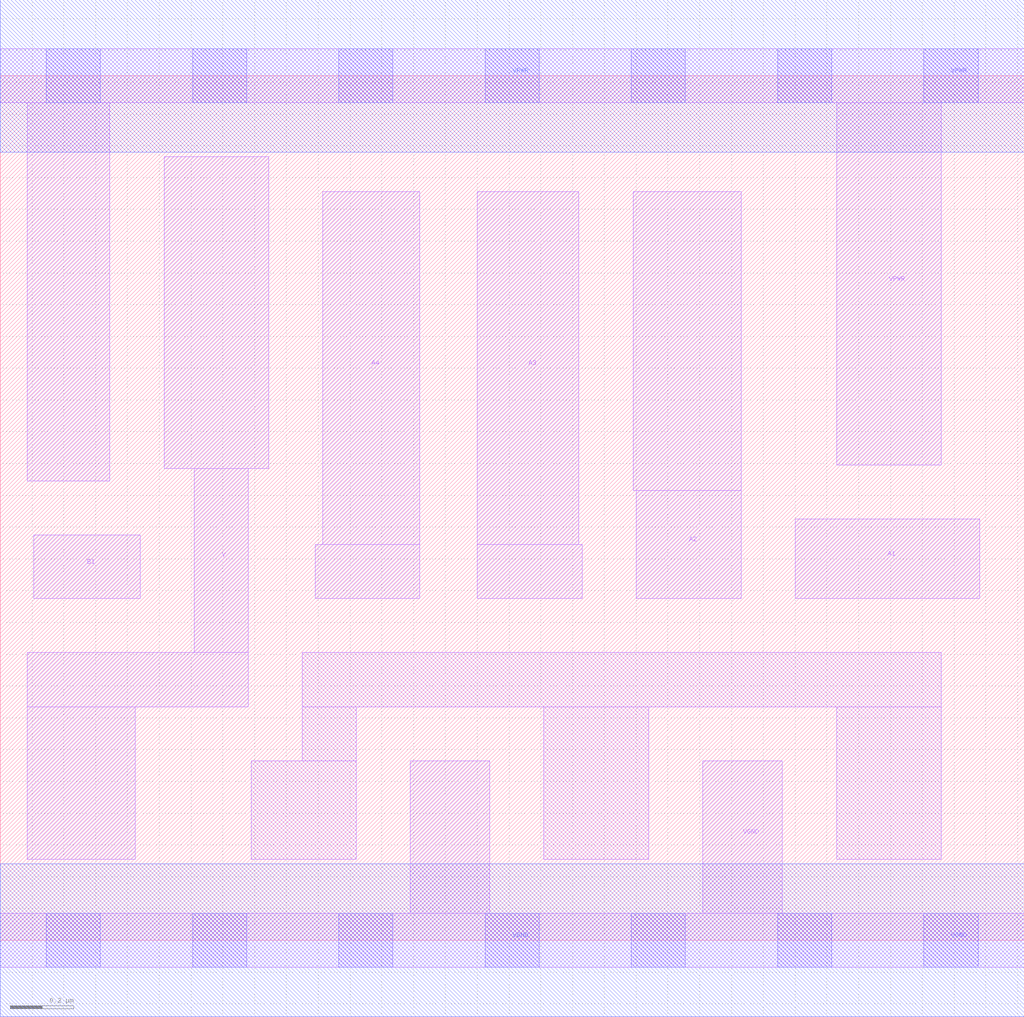
<source format=lef>
# Copyright 2020 The SkyWater PDK Authors
#
# Licensed under the Apache License, Version 2.0 (the "License");
# you may not use this file except in compliance with the License.
# You may obtain a copy of the License at
#
#     https://www.apache.org/licenses/LICENSE-2.0
#
# Unless required by applicable law or agreed to in writing, software
# distributed under the License is distributed on an "AS IS" BASIS,
# WITHOUT WARRANTIES OR CONDITIONS OF ANY KIND, either express or implied.
# See the License for the specific language governing permissions and
# limitations under the License.
#
# SPDX-License-Identifier: Apache-2.0

VERSION 5.7 ;
  NAMESCASESENSITIVE ON ;
  NOWIREEXTENSIONATPIN ON ;
  DIVIDERCHAR "/" ;
  BUSBITCHARS "[]" ;
UNITS
  DATABASE MICRONS 200 ;
END UNITS
MACRO sky130_fd_sc_hd__o41ai_1
  CLASS CORE ;
  SOURCE USER ;
  FOREIGN sky130_fd_sc_hd__o41ai_1 ;
  ORIGIN  0.000000  0.000000 ;
  SIZE  3.220000 BY  2.720000 ;
  SYMMETRY X Y R90 ;
  SITE unithd ;
  PIN A1
    ANTENNAGATEAREA  0.247500 ;
    DIRECTION INPUT ;
    USE SIGNAL ;
    PORT
      LAYER li1 ;
        RECT 2.500000 1.075000 3.080000 1.325000 ;
    END
  END A1
  PIN A2
    ANTENNAGATEAREA  0.247500 ;
    DIRECTION INPUT ;
    USE SIGNAL ;
    PORT
      LAYER li1 ;
        RECT 1.990000 1.415000 2.330000 2.355000 ;
        RECT 2.000000 1.075000 2.330000 1.415000 ;
    END
  END A2
  PIN A3
    ANTENNAGATEAREA  0.247500 ;
    DIRECTION INPUT ;
    USE SIGNAL ;
    PORT
      LAYER li1 ;
        RECT 1.500000 1.075000 1.830000 1.245000 ;
        RECT 1.500000 1.245000 1.820000 2.355000 ;
    END
  END A3
  PIN A4
    ANTENNAGATEAREA  0.247500 ;
    DIRECTION INPUT ;
    USE SIGNAL ;
    PORT
      LAYER li1 ;
        RECT 0.990000 1.075000 1.320000 1.245000 ;
        RECT 1.015000 1.245000 1.320000 2.355000 ;
    END
  END A4
  PIN B1
    ANTENNAGATEAREA  0.247500 ;
    DIRECTION INPUT ;
    USE SIGNAL ;
    PORT
      LAYER li1 ;
        RECT 0.105000 1.075000 0.440000 1.275000 ;
    END
  END B1
  PIN Y
    ANTENNADIFFAREA  0.439000 ;
    DIRECTION OUTPUT ;
    USE SIGNAL ;
    PORT
      LAYER li1 ;
        RECT 0.085000 0.255000 0.425000 0.735000 ;
        RECT 0.085000 0.735000 0.780000 0.905000 ;
        RECT 0.515000 1.485000 0.845000 2.465000 ;
        RECT 0.610000 0.905000 0.780000 1.485000 ;
    END
  END Y
  PIN VGND
    DIRECTION INOUT ;
    SHAPE ABUTMENT ;
    USE GROUND ;
    PORT
      LAYER li1 ;
        RECT 0.000000 -0.085000 3.220000 0.085000 ;
        RECT 1.290000  0.085000 1.540000 0.565000 ;
        RECT 2.210000  0.085000 2.460000 0.565000 ;
      LAYER mcon ;
        RECT 0.145000 -0.085000 0.315000 0.085000 ;
        RECT 0.605000 -0.085000 0.775000 0.085000 ;
        RECT 1.065000 -0.085000 1.235000 0.085000 ;
        RECT 1.525000 -0.085000 1.695000 0.085000 ;
        RECT 1.985000 -0.085000 2.155000 0.085000 ;
        RECT 2.445000 -0.085000 2.615000 0.085000 ;
        RECT 2.905000 -0.085000 3.075000 0.085000 ;
      LAYER met1 ;
        RECT 0.000000 -0.240000 3.220000 0.240000 ;
    END
  END VGND
  PIN VPWR
    DIRECTION INOUT ;
    SHAPE ABUTMENT ;
    USE POWER ;
    PORT
      LAYER li1 ;
        RECT 0.000000 2.635000 3.220000 2.805000 ;
        RECT 0.085000 1.445000 0.345000 2.635000 ;
        RECT 2.630000 1.495000 2.960000 2.635000 ;
      LAYER mcon ;
        RECT 0.145000 2.635000 0.315000 2.805000 ;
        RECT 0.605000 2.635000 0.775000 2.805000 ;
        RECT 1.065000 2.635000 1.235000 2.805000 ;
        RECT 1.525000 2.635000 1.695000 2.805000 ;
        RECT 1.985000 2.635000 2.155000 2.805000 ;
        RECT 2.445000 2.635000 2.615000 2.805000 ;
        RECT 2.905000 2.635000 3.075000 2.805000 ;
      LAYER met1 ;
        RECT 0.000000 2.480000 3.220000 2.960000 ;
    END
  END VPWR
  OBS
    LAYER li1 ;
      RECT 0.790000 0.255000 1.120000 0.565000 ;
      RECT 0.950000 0.565000 1.120000 0.735000 ;
      RECT 0.950000 0.735000 2.960000 0.905000 ;
      RECT 1.710000 0.255000 2.040000 0.735000 ;
      RECT 2.630000 0.255000 2.960000 0.735000 ;
  END
END sky130_fd_sc_hd__o41ai_1
END LIBRARY

</source>
